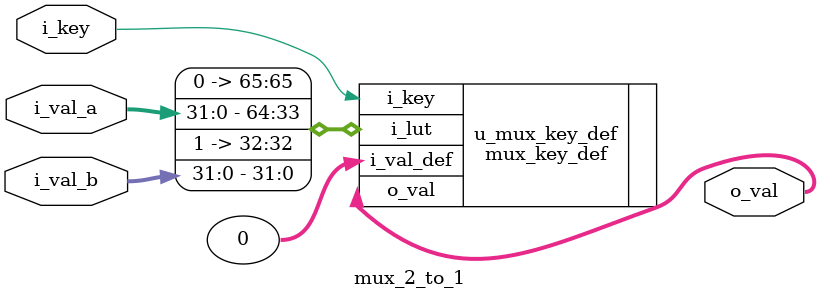
<source format=sv>
/*
 * @Author      : myyerrol
 * @Date        : 2025-02-02 19:13:44
 * @LastEditors : myyerrol
 * @LastEditTime: 2025-02-08 09:45:59
 * @Description : Multiplexer 2 to 1.
 *
 * Copyright (c) 2025 by MEMDSL, All Rights Reserved.
 */

`timescale 1ns / 1ps

module mux_2_to_1 #(
    parameter DATA_WIDTH = 32
) (
    input  logic                      i_key,
    input  logic [DATA_WIDTH - 1 : 0] i_val_a,
    input  logic [DATA_WIDTH - 1 : 0] i_val_b,
    output logic [DATA_WIDTH - 1 : 0] o_val
);

    mux_key_def #(
        .KEY_NUM  (2),
        .KEY_WIDTH(1),
        .VAL_WIDTH(DATA_WIDTH)
    ) u_mux_key_def(
        .i_key    (i_key),
        .i_val_def({DATA_WIDTH{1'h0}}),
        .i_lut    ({
            1'b0, i_val_a,
            1'b1, i_val_b
        }),
        .o_val    (o_val)
    );

endmodule

</source>
